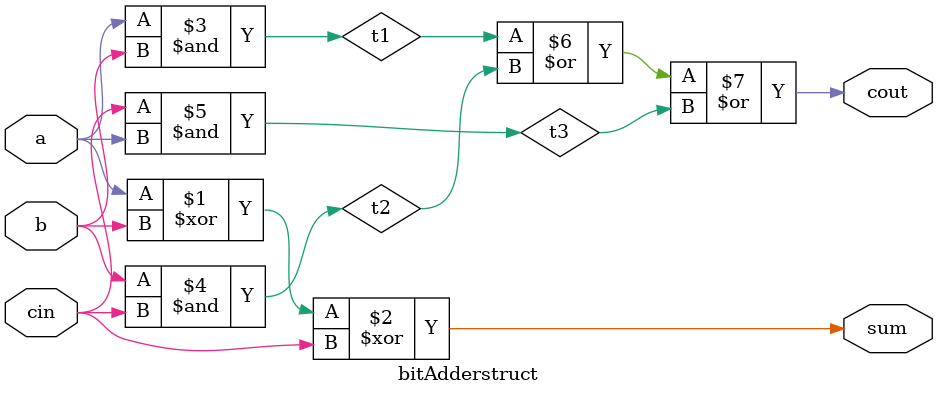
<source format=v>
`timescale 1ns / 1ps
module bitAdderstruct(sum,cout,a,b,cin);
	input a,b,cin;
	output sum,cout;
	
	xor G0(sum,a,b,cin);
	and G1(t1,a,b);
	and G2(t2,b,cin);
	and G3(t3,cin,a);
	or  G5(cout,t1,t2,t3);
endmodule

</source>
